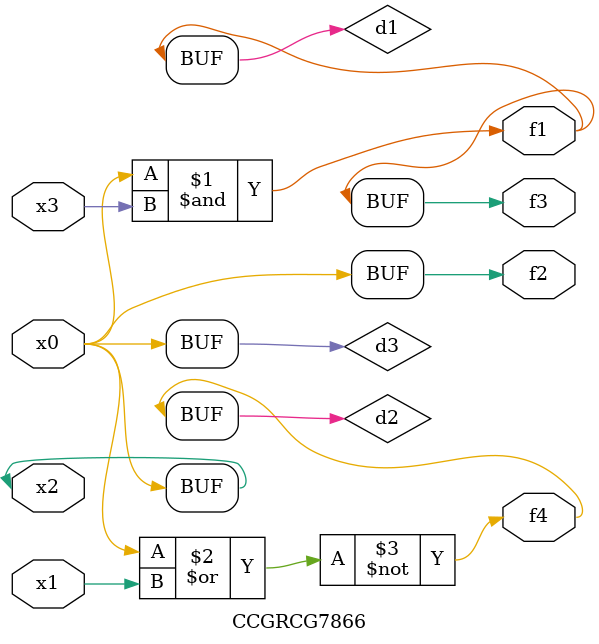
<source format=v>
module CCGRCG7866(
	input x0, x1, x2, x3,
	output f1, f2, f3, f4
);

	wire d1, d2, d3;

	and (d1, x2, x3);
	nor (d2, x0, x1);
	buf (d3, x0, x2);
	assign f1 = d1;
	assign f2 = d3;
	assign f3 = d1;
	assign f4 = d2;
endmodule

</source>
